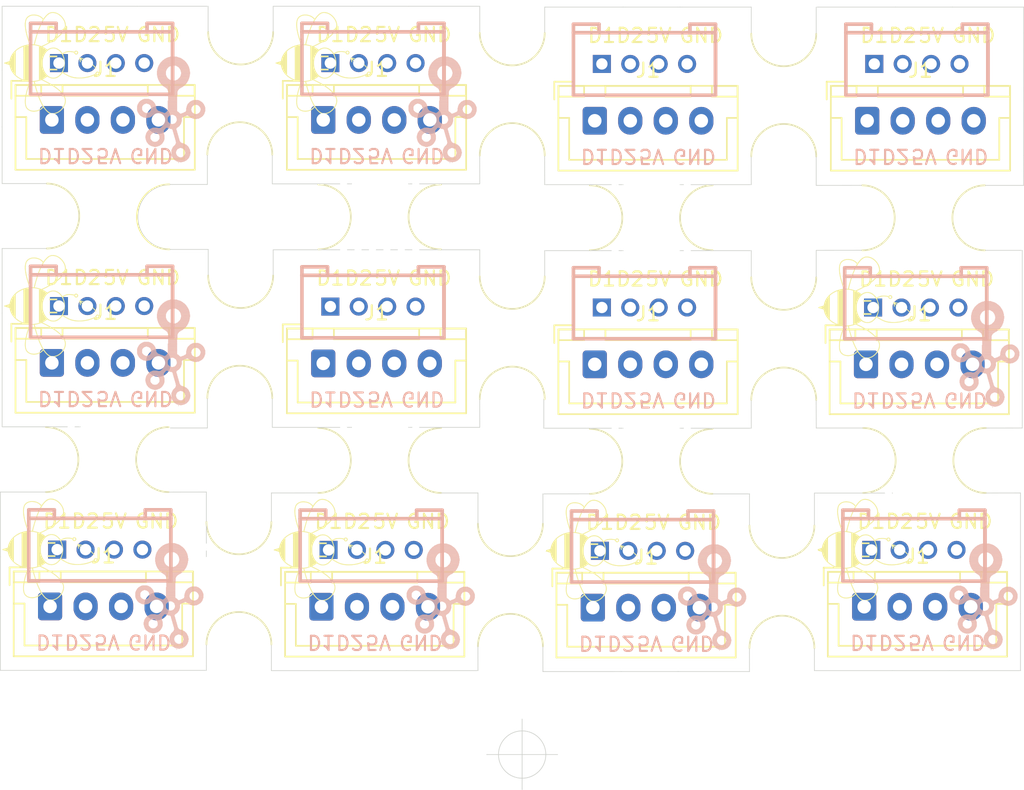
<source format=kicad_pcb>
(kicad_pcb (version 20171130) (host pcbnew 5.1.10-88a1d61d58~90~ubuntu20.04.1)
  (layers (0 F.Cu signal) (31 B.Cu signal) (34 B.Paste user) (35 F.Paste user) (36 B.SilkS user) (37 F.SilkS user) (38 B.Mask user) (39 F.Mask user) (44 Edge.Cuts user))
  (net 0 "")
  (net 1 GND)
  (net 2 +5V)
  (net 3 "Net-(J1-Pad2)")
  (net 4 "Net-(J1-Pad1)")
  (module panelization:mouse-bite-5mm-slot (layer F.Cu) (at 159.639 100.711 180)
    (fp_text reference mouse-bite-5mm-slot hide)
    (fp_text value VAL** hide)
    (pad "" np_thru_hole circle (at -2.54 -2.286 180) (size 0.5 0.5) (drill 0.5) (layers *.Cu *.Mask))
    (pad "" np_thru_hole circle (at -2.54 2.286 180) (size 0.5 0.5) (drill 0.5) (layers *.Cu *.Mask))
    (pad "" np_thru_hole circle (at 1.524 2.286 180) (size 0.5 0.5) (drill 0.5) (layers *.Cu *.Mask))
    (pad "" np_thru_hole circle (at -0.508 2.286 180) (size 0.5 0.5) (drill 0.5) (layers *.Cu *.Mask))
    (pad "" np_thru_hole circle (at 0.508 -2.286 180) (size 0.5 0.5) (drill 0.5) (layers *.Cu *.Mask))
    (pad "" np_thru_hole circle (at 2.54 -2.286 180) (size 0.5 0.5) (drill 0.5) (layers *.Cu *.Mask))
    (pad "" np_thru_hole circle (at -0.508 -2.286 180) (size 0.5 0.5) (drill 0.5) (layers *.Cu *.Mask))
    (pad "" np_thru_hole circle (at 0.508 2.286 180) (size 0.5 0.5) (drill 0.5) (layers *.Cu *.Mask))
    (pad "" np_thru_hole circle (at 1.524 -2.286 180) (size 0.5 0.5) (drill 0.5) (layers *.Cu *.Mask))
    (pad "" np_thru_hole circle (at -1.524 -2.286 180) (size 0.5 0.5) (drill 0.5) (layers *.Cu *.Mask))
    (pad "" np_thru_hole circle (at -1.524 2.286 180) (size 0.5 0.5) (drill 0.5) (layers *.Cu *.Mask))
    (pad "" np_thru_hole circle (at 2.54 2.286 180) (size 0.5 0.5) (drill 0.5) (layers *.Cu *.Mask))
  )
  (module panelization:mouse-bite-5mm-slot (layer F.Cu) (at 149.7965 109.2165 90)
    (fp_text reference mouse-bite-5mm-slot hide)
    (fp_text value VAL** hide)
    (pad "" np_thru_hole circle (at 2.54 2.286 90) (size 0.5 0.5) (drill 0.5) (layers *.Cu *.Mask))
    (pad "" np_thru_hole circle (at -1.524 2.286 90) (size 0.5 0.5) (drill 0.5) (layers *.Cu *.Mask))
    (pad "" np_thru_hole circle (at -1.524 -2.286 90) (size 0.5 0.5) (drill 0.5) (layers *.Cu *.Mask))
    (pad "" np_thru_hole circle (at 1.524 -2.286 90) (size 0.5 0.5) (drill 0.5) (layers *.Cu *.Mask))
    (pad "" np_thru_hole circle (at 0.508 2.286 90) (size 0.5 0.5) (drill 0.5) (layers *.Cu *.Mask))
    (pad "" np_thru_hole circle (at -0.508 -2.286 90) (size 0.5 0.5) (drill 0.5) (layers *.Cu *.Mask))
    (pad "" np_thru_hole circle (at 2.54 -2.286 90) (size 0.5 0.5) (drill 0.5) (layers *.Cu *.Mask))
    (pad "" np_thru_hole circle (at 0.508 -2.286 90) (size 0.5 0.5) (drill 0.5) (layers *.Cu *.Mask))
    (pad "" np_thru_hole circle (at -0.508 2.286 90) (size 0.5 0.5) (drill 0.5) (layers *.Cu *.Mask))
    (pad "" np_thru_hole circle (at 1.524 2.286 90) (size 0.5 0.5) (drill 0.5) (layers *.Cu *.Mask))
    (pad "" np_thru_hole circle (at -2.54 2.286 90) (size 0.5 0.5) (drill 0.5) (layers *.Cu *.Mask))
    (pad "" np_thru_hole circle (at -2.54 -2.286 90) (size 0.5 0.5) (drill 0.5) (layers *.Cu *.Mask))
  )
  (module panelization:mouse-bite-5mm-slot (layer F.Cu) (at 140.4655 117.8525 180)
    (fp_text reference mouse-bite-5mm-slot hide)
    (fp_text value VAL** hide)
    (pad "" np_thru_hole circle (at -2.54 -2.286 180) (size 0.5 0.5) (drill 0.5) (layers *.Cu *.Mask))
    (pad "" np_thru_hole circle (at -2.54 2.286 180) (size 0.5 0.5) (drill 0.5) (layers *.Cu *.Mask))
    (pad "" np_thru_hole circle (at 1.524 2.286 180) (size 0.5 0.5) (drill 0.5) (layers *.Cu *.Mask))
    (pad "" np_thru_hole circle (at -0.508 2.286 180) (size 0.5 0.5) (drill 0.5) (layers *.Cu *.Mask))
    (pad "" np_thru_hole circle (at 0.508 -2.286 180) (size 0.5 0.5) (drill 0.5) (layers *.Cu *.Mask))
    (pad "" np_thru_hole circle (at 2.54 -2.286 180) (size 0.5 0.5) (drill 0.5) (layers *.Cu *.Mask))
    (pad "" np_thru_hole circle (at -0.508 -2.286 180) (size 0.5 0.5) (drill 0.5) (layers *.Cu *.Mask))
    (pad "" np_thru_hole circle (at 0.508 2.286 180) (size 0.5 0.5) (drill 0.5) (layers *.Cu *.Mask))
    (pad "" np_thru_hole circle (at 1.524 -2.286 180) (size 0.5 0.5) (drill 0.5) (layers *.Cu *.Mask))
    (pad "" np_thru_hole circle (at -1.524 -2.286 180) (size 0.5 0.5) (drill 0.5) (layers *.Cu *.Mask))
    (pad "" np_thru_hole circle (at -1.524 2.286 180) (size 0.5 0.5) (drill 0.5) (layers *.Cu *.Mask))
    (pad "" np_thru_hole circle (at 2.54 2.286 180) (size 0.5 0.5) (drill 0.5) (layers *.Cu *.Mask))
  )
  (module "Grove-Gas Sensor v1.4:4P-LEADED-2.0" (layer B.Cu) (at 139.993 107.022)
    (fp_text reference J2)
    (fp_text value Conn_01x04)
    (pad 1 thru_hole rect (at -3 0) (size 1.27 1.27) (drill 0.8) (layers *.Cu *.Mask))
    (pad 2 thru_hole circle (at -1 0) (size 1.27 1.27) (drill 0.8) (layers *.Cu *.Mask))
    (pad 3 thru_hole circle (at 1 0) (size 1.27 1.27) (drill 0.8) (layers *.Cu *.Mask))
    (pad 4 thru_hole circle (at 3 0) (size 1.27 1.27) (drill 0.8) (layers *.Cu *.Mask))
  )
  (module Connector_JST:JST_XH_B4B-XH-A_1x04_P2.50mm_Vertical (layer F.Cu) (at 136.493 111.022)
    (fp_text reference J1 (at 3.75 -3.55) (layer F.SilkS))
    (fp_text value Conn_01x04)
    (pad 1 thru_hole roundrect (at 0 0) (size 1.7 1.95) (drill 0.95) (layers *.Cu *.Mask) (roundrect_rratio 0.1470588235294118))
    (pad 2 thru_hole oval (at 2.5 0) (size 1.7 1.95) (drill 0.95) (layers *.Cu *.Mask))
    (pad 3 thru_hole oval (at 5 0) (size 1.7 1.95) (drill 0.95) (layers *.Cu *.Mask))
    (pad 4 thru_hole oval (at 7.5 0) (size 1.7 1.95) (drill 0.95) (layers *.Cu *.Mask))
  )
  (module "Grove-Gas Sensor v1.4:4P-LEADED-2.0" (layer B.Cu) (at 159.17 89.877)
    (fp_text reference J2)
    (fp_text value Conn_01x04)
    (pad 1 thru_hole rect (at -3 0) (size 1.27 1.27) (drill 0.8) (layers *.Cu *.Mask))
    (pad 2 thru_hole circle (at -1 0) (size 1.27 1.27) (drill 0.8) (layers *.Cu *.Mask))
    (pad 3 thru_hole circle (at 1 0) (size 1.27 1.27) (drill 0.8) (layers *.Cu *.Mask))
    (pad 4 thru_hole circle (at 3 0) (size 1.27 1.27) (drill 0.8) (layers *.Cu *.Mask))
  )
  (module Connector_JST:JST_XH_B4B-XH-A_1x04_P2.50mm_Vertical (layer F.Cu) (at 155.67 93.877)
    (fp_text reference J1 (at 3.75 -3.55) (layer F.SilkS))
    (fp_text value Conn_01x04)
    (pad 1 thru_hole roundrect (at 0 0) (size 1.7 1.95) (drill 0.95) (layers *.Cu *.Mask) (roundrect_rratio 0.1470588235294118))
    (pad 2 thru_hole oval (at 2.5 0) (size 1.7 1.95) (drill 0.95) (layers *.Cu *.Mask))
    (pad 3 thru_hole oval (at 5 0) (size 1.7 1.95) (drill 0.95) (layers *.Cu *.Mask))
    (pad 4 thru_hole oval (at 7.5 0) (size 1.7 1.95) (drill 0.95) (layers *.Cu *.Mask))
  )
  (module panelization:mouse-bite-5mm-slot (layer F.Cu) (at 149.7965 92.0715 90)
    (fp_text reference mouse-bite-5mm-slot hide)
    (fp_text value VAL** hide)
    (pad "" np_thru_hole circle (at 2.54 2.286 90) (size 0.5 0.5) (drill 0.5) (layers *.Cu *.Mask))
    (pad "" np_thru_hole circle (at -1.524 2.286 90) (size 0.5 0.5) (drill 0.5) (layers *.Cu *.Mask))
    (pad "" np_thru_hole circle (at -1.524 -2.286 90) (size 0.5 0.5) (drill 0.5) (layers *.Cu *.Mask))
    (pad "" np_thru_hole circle (at 1.524 -2.286 90) (size 0.5 0.5) (drill 0.5) (layers *.Cu *.Mask))
    (pad "" np_thru_hole circle (at 0.508 2.286 90) (size 0.5 0.5) (drill 0.5) (layers *.Cu *.Mask))
    (pad "" np_thru_hole circle (at -0.508 -2.286 90) (size 0.5 0.5) (drill 0.5) (layers *.Cu *.Mask))
    (pad "" np_thru_hole circle (at 2.54 -2.286 90) (size 0.5 0.5) (drill 0.5) (layers *.Cu *.Mask))
    (pad "" np_thru_hole circle (at 0.508 -2.286 90) (size 0.5 0.5) (drill 0.5) (layers *.Cu *.Mask))
    (pad "" np_thru_hole circle (at -0.508 2.286 90) (size 0.5 0.5) (drill 0.5) (layers *.Cu *.Mask))
    (pad "" np_thru_hole circle (at 1.524 2.286 90) (size 0.5 0.5) (drill 0.5) (layers *.Cu *.Mask))
    (pad "" np_thru_hole circle (at -2.54 2.286 90) (size 0.5 0.5) (drill 0.5) (layers *.Cu *.Mask))
    (pad "" np_thru_hole circle (at -2.54 -2.286 90) (size 0.5 0.5) (drill 0.5) (layers *.Cu *.Mask))
  )
  (module panelization:mouse-bite-5mm-slot (layer F.Cu) (at 140.4655 100.7075 180)
    (fp_text reference mouse-bite-5mm-slot hide)
    (fp_text value VAL** hide)
    (pad "" np_thru_hole circle (at -2.54 -2.286 180) (size 0.5 0.5) (drill 0.5) (layers *.Cu *.Mask))
    (pad "" np_thru_hole circle (at -2.54 2.286 180) (size 0.5 0.5) (drill 0.5) (layers *.Cu *.Mask))
    (pad "" np_thru_hole circle (at 1.524 2.286 180) (size 0.5 0.5) (drill 0.5) (layers *.Cu *.Mask))
    (pad "" np_thru_hole circle (at -0.508 2.286 180) (size 0.5 0.5) (drill 0.5) (layers *.Cu *.Mask))
    (pad "" np_thru_hole circle (at 0.508 -2.286 180) (size 0.5 0.5) (drill 0.5) (layers *.Cu *.Mask))
    (pad "" np_thru_hole circle (at 2.54 -2.286 180) (size 0.5 0.5) (drill 0.5) (layers *.Cu *.Mask))
    (pad "" np_thru_hole circle (at -0.508 -2.286 180) (size 0.5 0.5) (drill 0.5) (layers *.Cu *.Mask))
    (pad "" np_thru_hole circle (at 0.508 2.286 180) (size 0.5 0.5) (drill 0.5) (layers *.Cu *.Mask))
    (pad "" np_thru_hole circle (at 1.524 -2.286 180) (size 0.5 0.5) (drill 0.5) (layers *.Cu *.Mask))
    (pad "" np_thru_hole circle (at -1.524 -2.286 180) (size 0.5 0.5) (drill 0.5) (layers *.Cu *.Mask))
    (pad "" np_thru_hole circle (at -1.524 2.286 180) (size 0.5 0.5) (drill 0.5) (layers *.Cu *.Mask))
    (pad "" np_thru_hole circle (at 2.54 2.286 180) (size 0.5 0.5) (drill 0.5) (layers *.Cu *.Mask))
  )
  (module "Grove-Gas Sensor v1.4:4P-LEADED-2.0" (layer B.Cu) (at 139.993 89.877)
    (fp_text reference J2)
    (fp_text value Conn_01x04)
    (pad 1 thru_hole rect (at -3 0) (size 1.27 1.27) (drill 0.8) (layers *.Cu *.Mask))
    (pad 2 thru_hole circle (at -1 0) (size 1.27 1.27) (drill 0.8) (layers *.Cu *.Mask))
    (pad 3 thru_hole circle (at 1 0) (size 1.27 1.27) (drill 0.8) (layers *.Cu *.Mask))
    (pad 4 thru_hole circle (at 3 0) (size 1.27 1.27) (drill 0.8) (layers *.Cu *.Mask))
  )
  (module Connector_JST:JST_XH_B4B-XH-A_1x04_P2.50mm_Vertical (layer F.Cu) (at 136.493 93.877)
    (fp_text reference J1 (at 3.75 -3.55) (layer F.SilkS))
    (fp_text value Conn_01x04)
    (pad 1 thru_hole roundrect (at 0 0) (size 1.7 1.95) (drill 0.95) (layers *.Cu *.Mask) (roundrect_rratio 0.1470588235294118))
    (pad 2 thru_hole oval (at 2.5 0) (size 1.7 1.95) (drill 0.95) (layers *.Cu *.Mask))
    (pad 3 thru_hole oval (at 5 0) (size 1.7 1.95) (drill 0.95) (layers *.Cu *.Mask))
    (pad 4 thru_hole oval (at 7.5 0) (size 1.7 1.95) (drill 0.95) (layers *.Cu *.Mask))
  )
  (module panelization:mouse-bite-5mm-slot (layer F.Cu) (at 130.683 109.153 90)
    (fp_text reference mouse-bite-5mm-slot hide)
    (fp_text value VAL** hide)
    (pad "" np_thru_hole circle (at 2.54 2.286 90) (size 0.5 0.5) (drill 0.5) (layers *.Cu *.Mask))
    (pad "" np_thru_hole circle (at -1.524 2.286 90) (size 0.5 0.5) (drill 0.5) (layers *.Cu *.Mask))
    (pad "" np_thru_hole circle (at -1.524 -2.286 90) (size 0.5 0.5) (drill 0.5) (layers *.Cu *.Mask))
    (pad "" np_thru_hole circle (at 1.524 -2.286 90) (size 0.5 0.5) (drill 0.5) (layers *.Cu *.Mask))
    (pad "" np_thru_hole circle (at 0.508 2.286 90) (size 0.5 0.5) (drill 0.5) (layers *.Cu *.Mask))
    (pad "" np_thru_hole circle (at -0.508 -2.286 90) (size 0.5 0.5) (drill 0.5) (layers *.Cu *.Mask))
    (pad "" np_thru_hole circle (at 2.54 -2.286 90) (size 0.5 0.5) (drill 0.5) (layers *.Cu *.Mask))
    (pad "" np_thru_hole circle (at 0.508 -2.286 90) (size 0.5 0.5) (drill 0.5) (layers *.Cu *.Mask))
    (pad "" np_thru_hole circle (at -0.508 2.286 90) (size 0.5 0.5) (drill 0.5) (layers *.Cu *.Mask))
    (pad "" np_thru_hole circle (at 1.524 2.286 90) (size 0.5 0.5) (drill 0.5) (layers *.Cu *.Mask))
    (pad "" np_thru_hole circle (at -2.54 2.286 90) (size 0.5 0.5) (drill 0.5) (layers *.Cu *.Mask))
    (pad "" np_thru_hole circle (at -2.54 -2.286 90) (size 0.5 0.5) (drill 0.5) (layers *.Cu *.Mask))
  )
  (module panelization:mouse-bite-5mm-slot (layer F.Cu) (at 121.352 117.789 180)
    (fp_text reference mouse-bite-5mm-slot hide)
    (fp_text value VAL** hide)
    (pad "" np_thru_hole circle (at -2.54 -2.286 180) (size 0.5 0.5) (drill 0.5) (layers *.Cu *.Mask))
    (pad "" np_thru_hole circle (at -2.54 2.286 180) (size 0.5 0.5) (drill 0.5) (layers *.Cu *.Mask))
    (pad "" np_thru_hole circle (at 1.524 2.286 180) (size 0.5 0.5) (drill 0.5) (layers *.Cu *.Mask))
    (pad "" np_thru_hole circle (at -0.508 2.286 180) (size 0.5 0.5) (drill 0.5) (layers *.Cu *.Mask))
    (pad "" np_thru_hole circle (at 0.508 -2.286 180) (size 0.5 0.5) (drill 0.5) (layers *.Cu *.Mask))
    (pad "" np_thru_hole circle (at 2.54 -2.286 180) (size 0.5 0.5) (drill 0.5) (layers *.Cu *.Mask))
    (pad "" np_thru_hole circle (at -0.508 -2.286 180) (size 0.5 0.5) (drill 0.5) (layers *.Cu *.Mask))
    (pad "" np_thru_hole circle (at 0.508 2.286 180) (size 0.5 0.5) (drill 0.5) (layers *.Cu *.Mask))
    (pad "" np_thru_hole circle (at 1.524 -2.286 180) (size 0.5 0.5) (drill 0.5) (layers *.Cu *.Mask))
    (pad "" np_thru_hole circle (at -1.524 -2.286 180) (size 0.5 0.5) (drill 0.5) (layers *.Cu *.Mask))
    (pad "" np_thru_hole circle (at -1.524 2.286 180) (size 0.5 0.5) (drill 0.5) (layers *.Cu *.Mask))
    (pad "" np_thru_hole circle (at 2.54 2.286 180) (size 0.5 0.5) (drill 0.5) (layers *.Cu *.Mask))
  )
  (module panelization:mouse-bite-5mm-slot (layer F.Cu) (at 111.566 109.0895 90)
    (fp_text reference mouse-bite-5mm-slot hide)
    (fp_text value VAL** hide)
    (pad "" np_thru_hole circle (at -2.54 -2.286 90) (size 0.5 0.5) (drill 0.5) (layers *.Cu *.Mask))
    (pad "" np_thru_hole circle (at -2.54 2.286 90) (size 0.5 0.5) (drill 0.5) (layers *.Cu *.Mask))
    (pad "" np_thru_hole circle (at 1.524 2.286 90) (size 0.5 0.5) (drill 0.5) (layers *.Cu *.Mask))
    (pad "" np_thru_hole circle (at -0.508 2.286 90) (size 0.5 0.5) (drill 0.5) (layers *.Cu *.Mask))
    (pad "" np_thru_hole circle (at 0.508 -2.286 90) (size 0.5 0.5) (drill 0.5) (layers *.Cu *.Mask))
    (pad "" np_thru_hole circle (at 2.54 -2.286 90) (size 0.5 0.5) (drill 0.5) (layers *.Cu *.Mask))
    (pad "" np_thru_hole circle (at -0.508 -2.286 90) (size 0.5 0.5) (drill 0.5) (layers *.Cu *.Mask))
    (pad "" np_thru_hole circle (at 0.508 2.286 90) (size 0.5 0.5) (drill 0.5) (layers *.Cu *.Mask))
    (pad "" np_thru_hole circle (at 1.524 -2.286 90) (size 0.5 0.5) (drill 0.5) (layers *.Cu *.Mask))
    (pad "" np_thru_hole circle (at -1.524 -2.286 90) (size 0.5 0.5) (drill 0.5) (layers *.Cu *.Mask))
    (pad "" np_thru_hole circle (at -1.524 2.286 90) (size 0.5 0.5) (drill 0.5) (layers *.Cu *.Mask))
    (pad "" np_thru_hole circle (at 2.54 2.286 90) (size 0.5 0.5) (drill 0.5) (layers *.Cu *.Mask))
  )
  (module "Grove-Gas Sensor v1.4:4P-LEADED-2.0" (layer B.Cu) (at 120.8795 106.9585)
    (fp_text reference J2)
    (fp_text value Conn_01x04)
    (pad 1 thru_hole rect (at -3 0) (size 1.27 1.27) (drill 0.8) (layers *.Cu *.Mask))
    (pad 2 thru_hole circle (at -1 0) (size 1.27 1.27) (drill 0.8) (layers *.Cu *.Mask))
    (pad 3 thru_hole circle (at 1 0) (size 1.27 1.27) (drill 0.8) (layers *.Cu *.Mask))
    (pad 4 thru_hole circle (at 3 0) (size 1.27 1.27) (drill 0.8) (layers *.Cu *.Mask))
  )
  (module Connector_JST:JST_XH_B4B-XH-A_1x04_P2.50mm_Vertical (layer F.Cu) (at 117.3795 110.9585)
    (fp_text reference J1 (at 3.75 -3.55) (layer F.SilkS))
    (fp_text value Conn_01x04)
    (pad 1 thru_hole roundrect (at 0 0) (size 1.7 1.95) (drill 0.95) (layers *.Cu *.Mask) (roundrect_rratio 0.1470588235294118))
    (pad 2 thru_hole oval (at 2.5 0) (size 1.7 1.95) (drill 0.95) (layers *.Cu *.Mask))
    (pad 3 thru_hole oval (at 5 0) (size 1.7 1.95) (drill 0.95) (layers *.Cu *.Mask))
    (pad 4 thru_hole oval (at 7.5 0) (size 1.7 1.95) (drill 0.95) (layers *.Cu *.Mask))
  )
  (module Connector_JST:JST_XH_B4B-XH-A_1x04_P2.50mm_Vertical (layer F.Cu) (at 98.149 128.0655)
    (fp_text reference J1 (at 3.75 -3.55) (layer F.SilkS))
    (fp_text value Conn_01x04)
    (pad 1 thru_hole roundrect (at 0 0) (size 1.7 1.95) (drill 0.95) (layers *.Cu *.Mask) (roundrect_rratio 0.1470588235294118))
    (pad 2 thru_hole oval (at 2.5 0) (size 1.7 1.95) (drill 0.95) (layers *.Cu *.Mask))
    (pad 3 thru_hole oval (at 5 0) (size 1.7 1.95) (drill 0.95) (layers *.Cu *.Mask))
    (pad 4 thru_hole oval (at 7.5 0) (size 1.7 1.95) (drill 0.95) (layers *.Cu *.Mask))
  )
  (module logo-beehive:logo-beehive-7_2х6_7mm (layer F.Cu) (at 98.149 124.0655 270)
    (fp_text reference G*** hide)
    (fp_text value LOGO hide)
  )
  (module "Grove-Gas Sensor v1.4:TWIGLOGO" (layer B.Cu) (at 106.649 124.5655)
    (fp_text reference U$3 hide)
    (fp_text value "" hide)
  )
  (module "Grove-Gas Sensor v1.4:4P-LEADED-2.0" (layer B.Cu) (at 101.649 124.0655)
    (fp_text reference J2)
    (fp_text value Conn_01x04)
    (pad 1 thru_hole rect (at -3 0) (size 1.27 1.27) (drill 0.8) (layers *.Cu *.Mask))
    (pad 2 thru_hole circle (at -1 0) (size 1.27 1.27) (drill 0.8) (layers *.Cu *.Mask))
    (pad 3 thru_hole circle (at 1 0) (size 1.27 1.27) (drill 0.8) (layers *.Cu *.Mask))
    (pad 4 thru_hole circle (at 3 0) (size 1.27 1.27) (drill 0.8) (layers *.Cu *.Mask))
  )
  (module panelization:mouse-bite-5mm-slot (layer F.Cu) (at 159.706 117.7925 180)
    (fp_text reference mouse-bite-5mm-slot hide)
    (fp_text value VAL** hide)
    (pad "" np_thru_hole circle (at 2.54 2.286 180) (size 0.5 0.5) (drill 0.5) (layers *.Cu *.Mask))
    (pad "" np_thru_hole circle (at -1.524 2.286 180) (size 0.5 0.5) (drill 0.5) (layers *.Cu *.Mask))
    (pad "" np_thru_hole circle (at -1.524 -2.286 180) (size 0.5 0.5) (drill 0.5) (layers *.Cu *.Mask))
    (pad "" np_thru_hole circle (at 1.524 -2.286 180) (size 0.5 0.5) (drill 0.5) (layers *.Cu *.Mask))
    (pad "" np_thru_hole circle (at 0.508 2.286 180) (size 0.5 0.5) (drill 0.5) (layers *.Cu *.Mask))
    (pad "" np_thru_hole circle (at -0.508 -2.286 180) (size 0.5 0.5) (drill 0.5) (layers *.Cu *.Mask))
    (pad "" np_thru_hole circle (at 2.54 -2.286 180) (size 0.5 0.5) (drill 0.5) (layers *.Cu *.Mask))
    (pad "" np_thru_hole circle (at 0.508 -2.286 180) (size 0.5 0.5) (drill 0.5) (layers *.Cu *.Mask))
    (pad "" np_thru_hole circle (at -0.508 2.286 180) (size 0.5 0.5) (drill 0.5) (layers *.Cu *.Mask))
    (pad "" np_thru_hole circle (at 1.524 2.286 180) (size 0.5 0.5) (drill 0.5) (layers *.Cu *.Mask))
    (pad "" np_thru_hole circle (at -2.54 2.286 180) (size 0.5 0.5) (drill 0.5) (layers *.Cu *.Mask))
    (pad "" np_thru_hole circle (at -2.54 -2.286 180) (size 0.5 0.5) (drill 0.5) (layers *.Cu *.Mask))
  )
  (module panelization:mouse-bite-5mm-slot (layer F.Cu) (at 149.6695 126.686 90)
    (fp_text reference mouse-bite-5mm-slot hide)
    (fp_text value VAL** hide)
    (pad "" np_thru_hole circle (at 2.54 2.286 90) (size 0.5 0.5) (drill 0.5) (layers *.Cu *.Mask))
    (pad "" np_thru_hole circle (at -1.524 2.286 90) (size 0.5 0.5) (drill 0.5) (layers *.Cu *.Mask))
    (pad "" np_thru_hole circle (at -1.524 -2.286 90) (size 0.5 0.5) (drill 0.5) (layers *.Cu *.Mask))
    (pad "" np_thru_hole circle (at 1.524 -2.286 90) (size 0.5 0.5) (drill 0.5) (layers *.Cu *.Mask))
    (pad "" np_thru_hole circle (at 0.508 2.286 90) (size 0.5 0.5) (drill 0.5) (layers *.Cu *.Mask))
    (pad "" np_thru_hole circle (at -0.508 -2.286 90) (size 0.5 0.5) (drill 0.5) (layers *.Cu *.Mask))
    (pad "" np_thru_hole circle (at 2.54 -2.286 90) (size 0.5 0.5) (drill 0.5) (layers *.Cu *.Mask))
    (pad "" np_thru_hole circle (at 0.508 -2.286 90) (size 0.5 0.5) (drill 0.5) (layers *.Cu *.Mask))
    (pad "" np_thru_hole circle (at -0.508 2.286 90) (size 0.5 0.5) (drill 0.5) (layers *.Cu *.Mask))
    (pad "" np_thru_hole circle (at 1.524 2.286 90) (size 0.5 0.5) (drill 0.5) (layers *.Cu *.Mask))
    (pad "" np_thru_hole circle (at -2.54 2.286 90) (size 0.5 0.5) (drill 0.5) (layers *.Cu *.Mask))
    (pad "" np_thru_hole circle (at -2.54 -2.286 90) (size 0.5 0.5) (drill 0.5) (layers *.Cu *.Mask))
  )
  (module panelization:mouse-bite-5mm-slot (layer F.Cu) (at 102.175 117.729 180)
    (fp_text reference mouse-bite-5mm-slot hide)
    (fp_text value VAL** hide)
    (pad "" np_thru_hole circle (at 2.54 2.286 180) (size 0.5 0.5) (drill 0.5) (layers *.Cu *.Mask))
    (pad "" np_thru_hole circle (at -1.524 2.286 180) (size 0.5 0.5) (drill 0.5) (layers *.Cu *.Mask))
    (pad "" np_thru_hole circle (at -1.524 -2.286 180) (size 0.5 0.5) (drill 0.5) (layers *.Cu *.Mask))
    (pad "" np_thru_hole circle (at 1.524 -2.286 180) (size 0.5 0.5) (drill 0.5) (layers *.Cu *.Mask))
    (pad "" np_thru_hole circle (at 0.508 2.286 180) (size 0.5 0.5) (drill 0.5) (layers *.Cu *.Mask))
    (pad "" np_thru_hole circle (at -0.508 -2.286 180) (size 0.5 0.5) (drill 0.5) (layers *.Cu *.Mask))
    (pad "" np_thru_hole circle (at 2.54 -2.286 180) (size 0.5 0.5) (drill 0.5) (layers *.Cu *.Mask))
    (pad "" np_thru_hole circle (at 0.508 -2.286 180) (size 0.5 0.5) (drill 0.5) (layers *.Cu *.Mask))
    (pad "" np_thru_hole circle (at -0.508 2.286 180) (size 0.5 0.5) (drill 0.5) (layers *.Cu *.Mask))
    (pad "" np_thru_hole circle (at 1.524 2.286 180) (size 0.5 0.5) (drill 0.5) (layers *.Cu *.Mask))
    (pad "" np_thru_hole circle (at -2.54 2.286 180) (size 0.5 0.5) (drill 0.5) (layers *.Cu *.Mask))
    (pad "" np_thru_hole circle (at -2.54 -2.286 180) (size 0.5 0.5) (drill 0.5) (layers *.Cu *.Mask))
  )
  (module panelization:mouse-bite-5mm-slot (layer F.Cu) (at 111.4425 126.4285 90)
    (fp_text reference mouse-bite-5mm-slot hide)
    (fp_text value VAL** hide)
    (pad "" np_thru_hole circle (at 2.54 2.286 90) (size 0.5 0.5) (drill 0.5) (layers *.Cu *.Mask))
    (pad "" np_thru_hole circle (at -1.524 2.286 90) (size 0.5 0.5) (drill 0.5) (layers *.Cu *.Mask))
    (pad "" np_thru_hole circle (at -1.524 -2.286 90) (size 0.5 0.5) (drill 0.5) (layers *.Cu *.Mask))
    (pad "" np_thru_hole circle (at 1.524 -2.286 90) (size 0.5 0.5) (drill 0.5) (layers *.Cu *.Mask))
    (pad "" np_thru_hole circle (at 0.508 2.286 90) (size 0.5 0.5) (drill 0.5) (layers *.Cu *.Mask))
    (pad "" np_thru_hole circle (at -0.508 -2.286 90) (size 0.5 0.5) (drill 0.5) (layers *.Cu *.Mask))
    (pad "" np_thru_hole circle (at 2.54 -2.286 90) (size 0.5 0.5) (drill 0.5) (layers *.Cu *.Mask))
    (pad "" np_thru_hole circle (at 0.508 -2.286 90) (size 0.5 0.5) (drill 0.5) (layers *.Cu *.Mask))
    (pad "" np_thru_hole circle (at -0.508 2.286 90) (size 0.5 0.5) (drill 0.5) (layers *.Cu *.Mask))
    (pad "" np_thru_hole circle (at 1.524 2.286 90) (size 0.5 0.5) (drill 0.5) (layers *.Cu *.Mask))
    (pad "" np_thru_hole circle (at -2.54 2.286 90) (size 0.5 0.5) (drill 0.5) (layers *.Cu *.Mask))
    (pad "" np_thru_hole circle (at -2.54 -2.286 90) (size 0.5 0.5) (drill 0.5) (layers *.Cu *.Mask))
  )
  (module panelization:mouse-bite-5mm-slot (layer F.Cu) (at 130.556 126.559 90)
    (fp_text reference mouse-bite-5mm-slot hide)
    (fp_text value VAL** hide)
    (pad "" np_thru_hole circle (at -2.54 -2.286 90) (size 0.5 0.5) (drill 0.5) (layers *.Cu *.Mask))
    (pad "" np_thru_hole circle (at -2.54 2.286 90) (size 0.5 0.5) (drill 0.5) (layers *.Cu *.Mask))
    (pad "" np_thru_hole circle (at 1.524 2.286 90) (size 0.5 0.5) (drill 0.5) (layers *.Cu *.Mask))
    (pad "" np_thru_hole circle (at -0.508 2.286 90) (size 0.5 0.5) (drill 0.5) (layers *.Cu *.Mask))
    (pad "" np_thru_hole circle (at 0.508 -2.286 90) (size 0.5 0.5) (drill 0.5) (layers *.Cu *.Mask))
    (pad "" np_thru_hole circle (at 2.54 -2.286 90) (size 0.5 0.5) (drill 0.5) (layers *.Cu *.Mask))
    (pad "" np_thru_hole circle (at -0.508 -2.286 90) (size 0.5 0.5) (drill 0.5) (layers *.Cu *.Mask))
    (pad "" np_thru_hole circle (at 0.508 2.286 90) (size 0.5 0.5) (drill 0.5) (layers *.Cu *.Mask))
    (pad "" np_thru_hole circle (at 1.524 -2.286 90) (size 0.5 0.5) (drill 0.5) (layers *.Cu *.Mask))
    (pad "" np_thru_hole circle (at -1.524 -2.286 90) (size 0.5 0.5) (drill 0.5) (layers *.Cu *.Mask))
    (pad "" np_thru_hole circle (at -1.524 2.286 90) (size 0.5 0.5) (drill 0.5) (layers *.Cu *.Mask))
    (pad "" np_thru_hole circle (at 2.54 2.286 90) (size 0.5 0.5) (drill 0.5) (layers *.Cu *.Mask))
  )
  (module panelization:mouse-bite-5mm-slot (layer F.Cu) (at 121.352 100.6475 180)
    (fp_text reference mouse-bite-5mm-slot hide)
    (fp_text value VAL** hide)
    (pad "" np_thru_hole circle (at 2.54 2.286 180) (size 0.5 0.5) (drill 0.5) (layers *.Cu *.Mask))
    (pad "" np_thru_hole circle (at -1.524 2.286 180) (size 0.5 0.5) (drill 0.5) (layers *.Cu *.Mask))
    (pad "" np_thru_hole circle (at -1.524 -2.286 180) (size 0.5 0.5) (drill 0.5) (layers *.Cu *.Mask))
    (pad "" np_thru_hole circle (at 1.524 -2.286 180) (size 0.5 0.5) (drill 0.5) (layers *.Cu *.Mask))
    (pad "" np_thru_hole circle (at 0.508 2.286 180) (size 0.5 0.5) (drill 0.5) (layers *.Cu *.Mask))
    (pad "" np_thru_hole circle (at -0.508 -2.286 180) (size 0.5 0.5) (drill 0.5) (layers *.Cu *.Mask))
    (pad "" np_thru_hole circle (at 2.54 -2.286 180) (size 0.5 0.5) (drill 0.5) (layers *.Cu *.Mask))
    (pad "" np_thru_hole circle (at 0.508 -2.286 180) (size 0.5 0.5) (drill 0.5) (layers *.Cu *.Mask))
    (pad "" np_thru_hole circle (at -0.508 2.286 180) (size 0.5 0.5) (drill 0.5) (layers *.Cu *.Mask))
    (pad "" np_thru_hole circle (at 1.524 2.286 180) (size 0.5 0.5) (drill 0.5) (layers *.Cu *.Mask))
    (pad "" np_thru_hole circle (at -2.54 2.286 180) (size 0.5 0.5) (drill 0.5) (layers *.Cu *.Mask))
    (pad "" np_thru_hole circle (at -2.54 -2.286 180) (size 0.5 0.5) (drill 0.5) (layers *.Cu *.Mask))
  )
  (module panelization:mouse-bite-5mm-slot (layer F.Cu) (at 102.235 100.584 180)
    (fp_text reference mouse-bite-5mm-slot hide)
    (fp_text value VAL** hide)
    (pad "" np_thru_hole circle (at 2.54 2.286 180) (size 0.5 0.5) (drill 0.5) (layers *.Cu *.Mask))
    (pad "" np_thru_hole circle (at -1.524 2.286 180) (size 0.5 0.5) (drill 0.5) (layers *.Cu *.Mask))
    (pad "" np_thru_hole circle (at -1.524 -2.286 180) (size 0.5 0.5) (drill 0.5) (layers *.Cu *.Mask))
    (pad "" np_thru_hole circle (at 1.524 -2.286 180) (size 0.5 0.5) (drill 0.5) (layers *.Cu *.Mask))
    (pad "" np_thru_hole circle (at 0.508 2.286 180) (size 0.5 0.5) (drill 0.5) (layers *.Cu *.Mask))
    (pad "" np_thru_hole circle (at -0.508 -2.286 180) (size 0.5 0.5) (drill 0.5) (layers *.Cu *.Mask))
    (pad "" np_thru_hole circle (at 2.54 -2.286 180) (size 0.5 0.5) (drill 0.5) (layers *.Cu *.Mask))
    (pad "" np_thru_hole circle (at 0.508 -2.286 180) (size 0.5 0.5) (drill 0.5) (layers *.Cu *.Mask))
    (pad "" np_thru_hole circle (at -0.508 2.286 180) (size 0.5 0.5) (drill 0.5) (layers *.Cu *.Mask))
    (pad "" np_thru_hole circle (at 1.524 2.286 180) (size 0.5 0.5) (drill 0.5) (layers *.Cu *.Mask))
    (pad "" np_thru_hole circle (at -2.54 2.286 180) (size 0.5 0.5) (drill 0.5) (layers *.Cu *.Mask))
    (pad "" np_thru_hole circle (at -2.54 -2.286 180) (size 0.5 0.5) (drill 0.5) (layers *.Cu *.Mask))
  )
  (module "Grove-Gas Sensor v1.4:4P-LEADED-2.0" (layer B.Cu) (at 101.776 106.9205)
    (fp_text reference J2)
    (fp_text value Conn_01x04)
    (pad 4 thru_hole circle (at 3 0) (size 1.27 1.27) (drill 0.8) (layers *.Cu *.Mask))
    (pad 3 thru_hole circle (at 1 0) (size 1.27 1.27) (drill 0.8) (layers *.Cu *.Mask))
    (pad 2 thru_hole circle (at -1 0) (size 1.27 1.27) (drill 0.8) (layers *.Cu *.Mask))
    (pad 1 thru_hole rect (at -3 0) (size 1.27 1.27) (drill 0.8) (layers *.Cu *.Mask))
  )
  (module "Grove-Gas Sensor v1.4:TWIGLOGO" (layer B.Cu) (at 106.776 107.4205)
    (fp_text reference U$3 hide)
    (fp_text value "" hide)
  )
  (module logo-beehive:logo-beehive-7_2х6_7mm (layer F.Cu) (at 98.276 106.9205 270)
    (fp_text reference G*** hide)
    (fp_text value LOGO hide)
  )
  (module Connector_JST:JST_XH_B4B-XH-A_1x04_P2.50mm_Vertical (layer F.Cu) (at 98.276 110.9205)
    (fp_text reference J1 (at 3.75 -3.55) (layer F.SilkS))
    (fp_text value Conn_01x04)
    (pad 4 thru_hole oval (at 7.5 0) (size 1.7 1.95) (drill 0.95) (layers *.Cu *.Mask))
    (pad 3 thru_hole oval (at 5 0) (size 1.7 1.95) (drill 0.95) (layers *.Cu *.Mask))
    (pad 2 thru_hole oval (at 2.5 0) (size 1.7 1.95) (drill 0.95) (layers *.Cu *.Mask))
    (pad 1 thru_hole roundrect (at 0 0) (size 1.7 1.95) (drill 0.95) (layers *.Cu *.Mask) (roundrect_rratio 0.1470588235294118))
  )
  (module panelization:mouse-bite-5mm-slot (layer F.Cu) (at 111.566 91.948 90)
    (fp_text reference mouse-bite-5mm-slot hide)
    (fp_text value VAL** hide)
    (pad "" np_thru_hole circle (at 2.54 2.286 90) (size 0.5 0.5) (drill 0.5) (layers *.Cu *.Mask))
    (pad "" np_thru_hole circle (at -1.524 2.286 90) (size 0.5 0.5) (drill 0.5) (layers *.Cu *.Mask))
    (pad "" np_thru_hole circle (at -1.524 -2.286 90) (size 0.5 0.5) (drill 0.5) (layers *.Cu *.Mask))
    (pad "" np_thru_hole circle (at 1.524 -2.286 90) (size 0.5 0.5) (drill 0.5) (layers *.Cu *.Mask))
    (pad "" np_thru_hole circle (at 0.508 2.286 90) (size 0.5 0.5) (drill 0.5) (layers *.Cu *.Mask))
    (pad "" np_thru_hole circle (at -0.508 -2.286 90) (size 0.5 0.5) (drill 0.5) (layers *.Cu *.Mask))
    (pad "" np_thru_hole circle (at 2.54 -2.286 90) (size 0.5 0.5) (drill 0.5) (layers *.Cu *.Mask))
    (pad "" np_thru_hole circle (at 0.508 -2.286 90) (size 0.5 0.5) (drill 0.5) (layers *.Cu *.Mask))
    (pad "" np_thru_hole circle (at -0.508 2.286 90) (size 0.5 0.5) (drill 0.5) (layers *.Cu *.Mask))
    (pad "" np_thru_hole circle (at 1.524 2.286 90) (size 0.5 0.5) (drill 0.5) (layers *.Cu *.Mask))
    (pad "" np_thru_hole circle (at -2.54 2.286 90) (size 0.5 0.5) (drill 0.5) (layers *.Cu *.Mask))
    (pad "" np_thru_hole circle (at -2.54 -2.286 90) (size 0.5 0.5) (drill 0.5) (layers *.Cu *.Mask))
  )
  (module panelization:mouse-bite-5mm-slot (layer F.Cu) (at 130.683 92.0115 90)
    (fp_text reference mouse-bite-5mm-slot hide)
    (fp_text value VAL** hide)
    (pad "" np_thru_hole circle (at -2.54 -2.286 90) (size 0.5 0.5) (drill 0.5) (layers *.Cu *.Mask))
    (pad "" np_thru_hole circle (at -2.54 2.286 90) (size 0.5 0.5) (drill 0.5) (layers *.Cu *.Mask))
    (pad "" np_thru_hole circle (at 1.524 2.286 90) (size 0.5 0.5) (drill 0.5) (layers *.Cu *.Mask))
    (pad "" np_thru_hole circle (at -0.508 2.286 90) (size 0.5 0.5) (drill 0.5) (layers *.Cu *.Mask))
    (pad "" np_thru_hole circle (at 0.508 -2.286 90) (size 0.5 0.5) (drill 0.5) (layers *.Cu *.Mask))
    (pad "" np_thru_hole circle (at 2.54 -2.286 90) (size 0.5 0.5) (drill 0.5) (layers *.Cu *.Mask))
    (pad "" np_thru_hole circle (at -0.508 -2.286 90) (size 0.5 0.5) (drill 0.5) (layers *.Cu *.Mask))
    (pad "" np_thru_hole circle (at 0.508 2.286 90) (size 0.5 0.5) (drill 0.5) (layers *.Cu *.Mask))
    (pad "" np_thru_hole circle (at 1.524 -2.286 90) (size 0.5 0.5) (drill 0.5) (layers *.Cu *.Mask))
    (pad "" np_thru_hole circle (at -1.524 -2.286 90) (size 0.5 0.5) (drill 0.5) (layers *.Cu *.Mask))
    (pad "" np_thru_hole circle (at -1.524 2.286 90) (size 0.5 0.5) (drill 0.5) (layers *.Cu *.Mask))
    (pad "" np_thru_hole circle (at 2.54 2.286 90) (size 0.5 0.5) (drill 0.5) (layers *.Cu *.Mask))
  )
  (module "Grove-Gas Sensor v1.4:TWIGLOGO" (layer B.Cu) (at 163.9595 124.5875)
    (fp_text reference U$3 hide)
    (fp_text value "" hide)
  )
  (module "Grove-Gas Sensor v1.4:TWIGLOGO" (layer B.Cu) (at 144.856 124.651)
    (fp_text reference U$3 hide)
    (fp_text value "" hide)
  )
  (module "Grove-Gas Sensor v1.4:TWIGLOGO" (layer B.Cu) (at 125.7525 124.5875)
    (fp_text reference U$3 hide)
    (fp_text value "" hide)
  )
  (module "Grove-Gas Sensor v1.4:TWIGLOGO" (layer B.Cu) (at 164.0865 107.5255)
    (fp_text reference U$3 hide)
    (fp_text value "" hide)
  )
  (module "Grove-Gas Sensor v1.4:TWIGLOGO" (layer B.Cu) (at 125.8795 90.317)
    (fp_text reference U$3 hide)
    (fp_text value "" hide)
  )
  (module "Grove-Gas Sensor v1.4:4P-LEADED-2.0" (layer B.Cu) (at 158.9595 124.0875)
    (fp_text reference J2)
    (fp_text value Conn_01x04)
    (pad 4 thru_hole circle (at 3 0) (size 1.27 1.27) (drill 0.8) (layers *.Cu *.Mask))
    (pad 3 thru_hole circle (at 1 0) (size 1.27 1.27) (drill 0.8) (layers *.Cu *.Mask))
    (pad 2 thru_hole circle (at -1 0) (size 1.27 1.27) (drill 0.8) (layers *.Cu *.Mask))
    (pad 1 thru_hole rect (at -3 0) (size 1.27 1.27) (drill 0.8) (layers *.Cu *.Mask))
  )
  (module "Grove-Gas Sensor v1.4:4P-LEADED-2.0" (layer B.Cu) (at 139.856 124.151)
    (fp_text reference J2)
    (fp_text value Conn_01x04)
    (pad 4 thru_hole circle (at 3 0) (size 1.27 1.27) (drill 0.8) (layers *.Cu *.Mask))
    (pad 3 thru_hole circle (at 1 0) (size 1.27 1.27) (drill 0.8) (layers *.Cu *.Mask))
    (pad 2 thru_hole circle (at -1 0) (size 1.27 1.27) (drill 0.8) (layers *.Cu *.Mask))
    (pad 1 thru_hole rect (at -3 0) (size 1.27 1.27) (drill 0.8) (layers *.Cu *.Mask))
  )
  (module "Grove-Gas Sensor v1.4:4P-LEADED-2.0" (layer B.Cu) (at 120.7525 124.0875)
    (fp_text reference J2)
    (fp_text value Conn_01x04)
    (pad 4 thru_hole circle (at 3 0) (size 1.27 1.27) (drill 0.8) (layers *.Cu *.Mask))
    (pad 3 thru_hole circle (at 1 0) (size 1.27 1.27) (drill 0.8) (layers *.Cu *.Mask))
    (pad 2 thru_hole circle (at -1 0) (size 1.27 1.27) (drill 0.8) (layers *.Cu *.Mask))
    (pad 1 thru_hole rect (at -3 0) (size 1.27 1.27) (drill 0.8) (layers *.Cu *.Mask))
  )
  (module "Grove-Gas Sensor v1.4:4P-LEADED-2.0" (layer B.Cu) (at 159.0865 107.0255)
    (fp_text reference J2)
    (fp_text value Conn_01x04)
    (pad 4 thru_hole circle (at 3 0) (size 1.27 1.27) (drill 0.8) (layers *.Cu *.Mask))
    (pad 3 thru_hole circle (at 1 0) (size 1.27 1.27) (drill 0.8) (layers *.Cu *.Mask))
    (pad 2 thru_hole circle (at -1 0) (size 1.27 1.27) (drill 0.8) (layers *.Cu *.Mask))
    (pad 1 thru_hole rect (at -3 0) (size 1.27 1.27) (drill 0.8) (layers *.Cu *.Mask))
  )
  (module "Grove-Gas Sensor v1.4:4P-LEADED-2.0" (layer B.Cu) (at 120.8795 89.817)
    (fp_text reference J2)
    (fp_text value Conn_01x04)
    (pad 4 thru_hole circle (at 3 0) (size 1.27 1.27) (drill 0.8) (layers *.Cu *.Mask))
    (pad 3 thru_hole circle (at 1 0) (size 1.27 1.27) (drill 0.8) (layers *.Cu *.Mask))
    (pad 2 thru_hole circle (at -1 0) (size 1.27 1.27) (drill 0.8) (layers *.Cu *.Mask))
    (pad 1 thru_hole rect (at -3 0) (size 1.27 1.27) (drill 0.8) (layers *.Cu *.Mask))
  )
  (module logo-beehive:logo-beehive-7_2х6_7mm (layer F.Cu) (at 155.4595 124.0875 270)
    (fp_text reference G*** hide)
    (fp_text value LOGO hide)
  )
  (module logo-beehive:logo-beehive-7_2х6_7mm (layer F.Cu) (at 136.356 124.151 270)
    (fp_text reference G*** hide)
    (fp_text value LOGO hide)
  )
  (module logo-beehive:logo-beehive-7_2х6_7mm (layer F.Cu) (at 117.2525 124.0875 270)
    (fp_text reference G*** hide)
    (fp_text value LOGO hide)
  )
  (module logo-beehive:logo-beehive-7_2х6_7mm (layer F.Cu) (at 155.5865 107.0255 270)
    (fp_text reference G*** hide)
    (fp_text value LOGO hide)
  )
  (module logo-beehive:logo-beehive-7_2х6_7mm (layer F.Cu) (at 117.3795 89.817 270)
    (fp_text reference G*** hide)
    (fp_text value LOGO hide)
  )
  (module Connector_JST:JST_XH_B4B-XH-A_1x04_P2.50mm_Vertical (layer F.Cu) (at 155.4595 128.0875)
    (fp_text reference J1 (at 3.75 -3.55) (layer F.SilkS))
    (fp_text value Conn_01x04)
    (pad 4 thru_hole oval (at 7.5 0) (size 1.7 1.95) (drill 0.95) (layers *.Cu *.Mask))
    (pad 3 thru_hole oval (at 5 0) (size 1.7 1.95) (drill 0.95) (layers *.Cu *.Mask))
    (pad 2 thru_hole oval (at 2.5 0) (size 1.7 1.95) (drill 0.95) (layers *.Cu *.Mask))
    (pad 1 thru_hole roundrect (at 0 0) (size 1.7 1.95) (drill 0.95) (layers *.Cu *.Mask) (roundrect_rratio 0.1470588235294118))
  )
  (module Connector_JST:JST_XH_B4B-XH-A_1x04_P2.50mm_Vertical (layer F.Cu) (at 136.356 128.151)
    (fp_text reference J1 (at 3.75 -3.55) (layer F.SilkS))
    (fp_text value Conn_01x04)
    (pad 4 thru_hole oval (at 7.5 0) (size 1.7 1.95) (drill 0.95) (layers *.Cu *.Mask))
    (pad 3 thru_hole oval (at 5 0) (size 1.7 1.95) (drill 0.95) (layers *.Cu *.Mask))
    (pad 2 thru_hole oval (at 2.5 0) (size 1.7 1.95) (drill 0.95) (layers *.Cu *.Mask))
    (pad 1 thru_hole roundrect (at 0 0) (size 1.7 1.95) (drill 0.95) (layers *.Cu *.Mask) (roundrect_rratio 0.1470588235294118))
  )
  (module Connector_JST:JST_XH_B4B-XH-A_1x04_P2.50mm_Vertical (layer F.Cu) (at 117.2525 128.0875)
    (fp_text reference J1 (at 3.75 -3.55) (layer F.SilkS))
    (fp_text value Conn_01x04)
    (pad 4 thru_hole oval (at 7.5 0) (size 1.7 1.95) (drill 0.95) (layers *.Cu *.Mask))
    (pad 3 thru_hole oval (at 5 0) (size 1.7 1.95) (drill 0.95) (layers *.Cu *.Mask))
    (pad 2 thru_hole oval (at 2.5 0) (size 1.7 1.95) (drill 0.95) (layers *.Cu *.Mask))
    (pad 1 thru_hole roundrect (at 0 0) (size 1.7 1.95) (drill 0.95) (layers *.Cu *.Mask) (roundrect_rratio 0.1470588235294118))
  )
  (module Connector_JST:JST_XH_B4B-XH-A_1x04_P2.50mm_Vertical (layer F.Cu) (at 155.5865 111.0255)
    (fp_text reference J1 (at 3.75 -3.55) (layer F.SilkS))
    (fp_text value Conn_01x04)
    (pad 4 thru_hole oval (at 7.5 0) (size 1.7 1.95) (drill 0.95) (layers *.Cu *.Mask))
    (pad 3 thru_hole oval (at 5 0) (size 1.7 1.95) (drill 0.95) (layers *.Cu *.Mask))
    (pad 2 thru_hole oval (at 2.5 0) (size 1.7 1.95) (drill 0.95) (layers *.Cu *.Mask))
    (pad 1 thru_hole roundrect (at 0 0) (size 1.7 1.95) (drill 0.95) (layers *.Cu *.Mask) (roundrect_rratio 0.1470588235294118))
  )
  (module Connector_JST:JST_XH_B4B-XH-A_1x04_P2.50mm_Vertical (layer F.Cu) (at 117.3795 93.817)
    (fp_text reference J1 (at 3.75 -3.55) (layer F.SilkS))
    (fp_text value Conn_01x04)
    (pad 4 thru_hole oval (at 7.5 0) (size 1.7 1.95) (drill 0.95) (layers *.Cu *.Mask))
    (pad 3 thru_hole oval (at 5 0) (size 1.7 1.95) (drill 0.95) (layers *.Cu *.Mask))
    (pad 2 thru_hole oval (at 2.5 0) (size 1.7 1.95) (drill 0.95) (layers *.Cu *.Mask))
    (pad 1 thru_hole roundrect (at 0 0) (size 1.7 1.95) (drill 0.95) (layers *.Cu *.Mask) (roundrect_rratio 0.1470588235294118))
  )
  (module "Grove-Gas Sensor v1.4:TWIGLOGO" (layer B.Cu) (at 106.776 90.317)
    (fp_text reference U$3 hide)
    (fp_text value "" hide)
  )
  (module logo-beehive:logo-beehive-7_2х6_7mm (layer F.Cu) (at 98.276 89.817 270)
    (fp_text reference G*** hide)
    (fp_text value LOGO hide)
  )
  (module "Grove-Gas Sensor v1.4:4P-LEADED-2.0" (layer B.Cu) (at 101.776 89.817)
    (fp_text reference J2)
    (fp_text value Conn_01x04)
    (pad 4 thru_hole circle (at 3 0) (size 1.27 1.27) (drill 0.8) (layers *.Cu *.Mask))
    (pad 3 thru_hole circle (at 1 0) (size 1.27 1.27) (drill 0.8) (layers *.Cu *.Mask))
    (pad 2 thru_hole circle (at -1 0) (size 1.27 1.27) (drill 0.8) (layers *.Cu *.Mask))
    (pad 1 thru_hole rect (at -3 0) (size 1.27 1.27) (drill 0.8) (layers *.Cu *.Mask))
  )
  (module Connector_JST:JST_XH_B4B-XH-A_1x04_P2.50mm_Vertical (layer F.Cu) (at 98.276 93.817)
    (fp_text reference J1 (at 3.75 -3.55) (layer F.SilkS))
    (fp_text value Conn_01x04)
    (pad 4 thru_hole oval (at 7.5 0) (size 1.7 1.95) (drill 0.95) (layers *.Cu *.Mask))
    (pad 3 thru_hole oval (at 5 0) (size 1.7 1.95) (drill 0.95) (layers *.Cu *.Mask))
    (pad 2 thru_hole oval (at 2.5 0) (size 1.7 1.95) (drill 0.95) (layers *.Cu *.Mask))
    (pad 1 thru_hole roundrect (at 0 0) (size 1.7 1.95) (drill 0.95) (layers *.Cu *.Mask) (roundrect_rratio 0.1470588235294118))
  )
  (gr_line (start 100.149 132.5655) (end 104.149 132.5655) (layer Edge.Cuts) (width 0.05))
  (gr_line (start 113.7285 120.0785) (end 113.7285 122.1105) (layer Edge.Cuts) (width 0.05))
  (gr_line (start 138.493 103.022) (end 132.969 103.022) (layer Edge.Cuts) (width 0.05))
  (gr_line (start 147.507 113.471) (end 147.5105 115.522) (layer Edge.Cuts) (width 0.05))
  (gr_line (start 147.5105 103.022) (end 147.5105 104.835) (layer Edge.Cuts) (width 0.05))
  (gr_line (start 132.9055 113.471) (end 132.9055 115.522) (layer Edge.Cuts) (width 0.05))
  (gr_line (start 132.9055 115.522) (end 138.493 115.522) (layer Edge.Cuts) (width 0.05))
  (gr_line (start 142.493 103.022) (end 147.5105 103.022) (layer Edge.Cuts) (width 0.05))
  (gr_line (start 132.969 104.835) (end 132.969 103.022) (layer Edge.Cuts) (width 0.05))
  (gr_line (start 142.493 115.522) (end 147.493 115.522) (layer Edge.Cuts) (width 0.05))
  (gr_line (start 166.6875 87.6935) (end 166.684 96.326) (layer Edge.Cuts) (width 0.05))
  (gr_line (start 157.67 85.877) (end 152.146 85.877) (layer Edge.Cuts) (width 0.05))
  (gr_line (start 166.684 96.326) (end 166.6875 98.425) (layer Edge.Cuts) (width 0.05))
  (gr_line (start 157.67 85.877) (end 161.67 85.877) (layer Edge.Cuts) (width 0.05))
  (gr_line (start 166.6875 85.877) (end 166.6875 87.69) (layer Edge.Cuts) (width 0.05))
  (gr_line (start 152.0825 96.326) (end 152.0825 98.425) (layer Edge.Cuts) (width 0.05))
  (gr_line (start 152.0825 98.425) (end 155.3245 98.4215) (layer Edge.Cuts) (width 0.05))
  (gr_line (start 161.67 85.877) (end 166.6875 85.877) (layer Edge.Cuts) (width 0.05))
  (gr_line (start 152.0825 87.757) (end 152.0825 85.877) (layer Edge.Cuts) (width 0.05))
  (gr_line (start 163.9605 98.425) (end 166.67 98.425) (layer Edge.Cuts) (width 0.05))
  (gr_line (start 138.493 85.877) (end 132.969 85.877) (layer Edge.Cuts) (width 0.05))
  (gr_line (start 147.507 96.326) (end 147.5105 98.377) (layer Edge.Cuts) (width 0.05))
  (gr_line (start 138.493 85.877) (end 142.493 85.877) (layer Edge.Cuts) (width 0.05))
  (gr_line (start 147.5105 85.877) (end 147.5105 87.69) (layer Edge.Cuts) (width 0.05))
  (gr_line (start 132.9655 96.3295) (end 132.969 98.377) (layer Edge.Cuts) (width 0.05))
  (gr_line (start 132.969 98.377) (end 138.493 98.377) (layer Edge.Cuts) (width 0.05))
  (gr_line (start 142.493 85.877) (end 147.5105 85.877) (layer Edge.Cuts) (width 0.05))
  (gr_line (start 132.969 87.69) (end 132.969 85.877) (layer Edge.Cuts) (width 0.05))
  (gr_line (start 142.493 98.377) (end 147.493 98.377) (layer Edge.Cuts) (width 0.05))
  (gr_line (start 119.3795 102.9585) (end 113.8555 102.9585) (layer Edge.Cuts) (width 0.05))
  (gr_line (start 128.3935 113.4075) (end 128.397 115.4585) (layer Edge.Cuts) (width 0.05))
  (gr_line (start 119.3795 102.9585) (end 123.3795 102.9585) (layer Edge.Cuts) (width 0.05))
  (gr_line (start 128.397 102.9585) (end 128.397 104.7715) (layer Edge.Cuts) (width 0.05))
  (gr_line (start 106.6165 115.503) (end 109.22 115.503) (layer Edge.Cuts) (width 0.05))
  (gr_line (start 113.792 113.4075) (end 113.792 115.4585) (layer Edge.Cuts) (width 0.05))
  (gr_line (start 113.792 115.4585) (end 119.3795 115.4585) (layer Edge.Cuts) (width 0.05))
  (gr_line (start 123.3795 102.9585) (end 128.397 102.9585) (layer Edge.Cuts) (width 0.05))
  (gr_line (start 113.8555 104.7715) (end 113.8555 102.9585) (layer Edge.Cuts) (width 0.05))
  (gr_line (start 123.3795 115.4585) (end 128.3795 115.4585) (layer Edge.Cuts) (width 0.05))
  (gr_line (start 106.493 120.0185) (end 109.1565 120.015) (layer Edge.Cuts) (width 0.05))
  (gr_line (start 94.649 124.5655) (end 94.649 120.015) (layer Edge.Cuts) (width 0.05))
  (gr_line (start 109.153 130.75) (end 109.149 132.5655) (layer Edge.Cuts) (width 0.05))
  (gr_line (start 94.649 132.5655) (end 100.149 132.5655) (layer Edge.Cuts) (width 0.05))
  (gr_line (start 94.649 124.5655) (end 94.649 128.5655) (layer Edge.Cuts) (width 0.05))
  (gr_line (start 97.853499 120.014999) (end 94.649 120.015) (layer Edge.Cuts) (width 0.05))
  (gr_line (start 109.149 120.015) (end 109.149 124.5655) (layer Edge.Cuts) (width 0.05))
  (gr_line (start 104.149 132.5655) (end 109.149 132.5655) (layer Edge.Cuts) (width 0.05))
  (gr_line (start 94.649 128.5655) (end 94.649 132.5655) (layer Edge.Cuts) (width 0.05))
  (gr_line (start 94.776 111.4205) (end 94.776 115.4205) (layer Edge.Cuts) (width 0.05))
  (gr_line (start 109.2835 102.9335) (end 109.283501 104.708001) (layer Edge.Cuts) (width 0.05))
  (gr_line (start 97.980499 102.869999) (end 94.776 102.87) (layer Edge.Cuts) (width 0.05))
  (gr_line (start 94.776 107.4205) (end 94.776 111.4205) (layer Edge.Cuts) (width 0.05))
  (gr_line (start 94.776 115.4205) (end 100.276 115.4205) (layer Edge.Cuts) (width 0.05))
  (gr_line (start 109.22 113.411) (end 109.22 115.503) (layer Edge.Cuts) (width 0.05))
  (gr_line (start 94.776 107.4205) (end 94.776 102.87) (layer Edge.Cuts) (width 0.05))
  (gr_line (start 106.6165 102.9335) (end 109.2835 102.9335) (layer Edge.Cuts) (width 0.05))
  (gr_line (start 166.5865 107.5255) (end 166.5865 111.5255) (layer Edge.Cuts) (width 0.05))
  (gr_line (start 166.4595 124.5875) (end 166.4595 128.5875) (layer Edge.Cuts) (width 0.05))
  (gr_line (start 94.776 90.317) (end 94.776 94.317) (layer Edge.Cuts) (width 0.05))
  (gr_line (start 138.356 132.651) (end 142.356 132.651) (layer Edge.Cuts) (width 0.05))
  (gr_line (start 119.2525 132.5875) (end 123.2525 132.5875) (layer Edge.Cuts) (width 0.05))
  (gr_line (start 157.4595 132.5875) (end 161.4595 132.5875) (layer Edge.Cuts) (width 0.05))
  (gr_line (start 119.3795 85.817) (end 123.3795 85.817) (layer Edge.Cuts) (width 0.05))
  (gr_line (start 100.276 85.817) (end 104.276 85.817) (layer Edge.Cuts) (width 0.05))
  (gr_line (start 161.4595 132.5875) (end 166.4595 132.5875) (layer Edge.Cuts) (width 0.05))
  (gr_line (start 142.356 132.651) (end 147.3835 132.651) (layer Edge.Cuts) (width 0.05))
  (gr_line (start 123.2525 132.5875) (end 128.27 132.5875) (layer Edge.Cuts) (width 0.05))
  (gr_line (start 164.024 115.51) (end 166.5865 115.5065) (layer Edge.Cuts) (width 0.05))
  (gr_line (start 123.3795 98.317) (end 128.3795 98.317) (layer Edge.Cuts) (width 0.05))
  (gr_line (start 151.9555 132.5875) (end 157.4595 132.5875) (layer Edge.Cuts) (width 0.05))
  (gr_line (start 132.842 132.6515) (end 138.356 132.651) (layer Edge.Cuts) (width 0.05))
  (gr_line (start 113.7285 132.588) (end 119.2525 132.5875) (layer Edge.Cuts) (width 0.05))
  (gr_line (start 152.0865 115.5065) (end 155.388 115.5065) (layer Edge.Cuts) (width 0.05))
  (gr_line (start 113.792 98.317) (end 119.3795 98.317) (layer Edge.Cuts) (width 0.05))
  (gr_line (start 166.4595 120.0785) (end 166.4595 124.5875) (layer Edge.Cuts) (width 0.05))
  (gr_line (start 147.3835 120.142) (end 147.3835 122.368) (layer Edge.Cuts) (width 0.05))
  (gr_line (start 128.27 120.0785) (end 128.27 122.241) (layer Edge.Cuts) (width 0.05))
  (gr_line (start 166.5865 102.997) (end 166.5865 107.5255) (layer Edge.Cuts) (width 0.05))
  (gr_line (start 128.397 85.817) (end 128.397 87.63) (layer Edge.Cuts) (width 0.05))
  (gr_line (start 166.4595 128.5875) (end 166.4595 132.5875) (layer Edge.Cuts) (width 0.05))
  (gr_line (start 147.38 131.004) (end 147.3835 132.6515) (layer Edge.Cuts) (width 0.05))
  (gr_line (start 128.2665 130.877) (end 128.27 132.5875) (layer Edge.Cuts) (width 0.05))
  (gr_line (start 166.5865 111.5255) (end 166.5865 115.5065) (layer Edge.Cuts) (width 0.05))
  (gr_line (start 128.3935 96.266) (end 128.397 98.317) (layer Edge.Cuts) (width 0.05))
  (gr_line (start 157.4595 120.0875) (end 151.9555 120.0875) (layer Edge.Cuts) (width 0.05))
  (gr_line (start 136.1475 120.1385) (end 132.842 120.142) (layer Edge.Cuts) (width 0.05))
  (gr_line (start 117.034 120.075) (end 113.7285 120.0785) (layer Edge.Cuts) (width 0.05))
  (gr_line (start 155.3245 102.9935) (end 152.0865 102.997) (layer Edge.Cuts) (width 0.05))
  (gr_line (start 119.3795 85.817) (end 113.8555 85.817) (layer Edge.Cuts) (width 0.05))
  (gr_line (start 151.9555 122.368) (end 151.9555 120.0875) (layer Edge.Cuts) (width 0.05))
  (gr_line (start 132.842 122.241) (end 132.842 120.142) (layer Edge.Cuts) (width 0.05))
  (gr_line (start 152.0825 104.8985) (end 152.0825 102.997) (layer Edge.Cuts) (width 0.05))
  (gr_line (start 113.8555 87.63) (end 113.8555 85.817) (layer Edge.Cuts) (width 0.05))
  (gr_line (start 164.024 120.082) (end 166.4595 120.0785) (layer Edge.Cuts) (width 0.05))
  (gr_line (start 144.7835 120.142) (end 147.3835 120.142) (layer Edge.Cuts) (width 0.05))
  (gr_line (start 125.67 120.0785) (end 128.27 120.0785) (layer Edge.Cuts) (width 0.05))
  (gr_line (start 163.9605 102.997) (end 166.5605 102.997) (layer Edge.Cuts) (width 0.05))
  (gr_line (start 123.3795 85.817) (end 128.397 85.817) (layer Edge.Cuts) (width 0.05))
  (gr_line (start 151.952 131.004) (end 151.9555 132.5875) (layer Edge.Cuts) (width 0.05))
  (gr_line (start 132.8385 130.877) (end 132.842 132.6515) (layer Edge.Cuts) (width 0.05))
  (gr_line (start 113.725 130.75) (end 113.7285 132.5875) (layer Edge.Cuts) (width 0.05))
  (gr_line (start 152.079 113.5345) (end 152.0865 115.5065) (layer Edge.Cuts) (width 0.05))
  (gr_line (start 113.792 96.266) (end 113.792 98.317) (layer Edge.Cuts) (width 0.05))
  (gr_line (start 109.22 96.266) (end 109.22 98.3615) (layer Edge.Cuts) (width 0.05))
  (gr_line (start 109.276 85.817) (end 109.276 87.5665) (layer Edge.Cuts) (width 0.05))
  (gr_line (start 94.776 94.298) (end 94.776 98.298) (layer Edge.Cuts) (width 0.05))
  (gr_line (start 94.776 90.317) (end 94.776 85.817) (layer Edge.Cuts) (width 0.05))
  (gr_line (start 100.276 85.817) (end 94.776 85.817) (layer Edge.Cuts) (width 0.05))
  (gr_line (start 104.276 85.817) (end 109.276 85.817) (layer Edge.Cuts) (width 0.05))
  (gr_line (start 106.6165 98.3615) (end 109.22 98.3615) (layer Edge.Cuts) (width 0.05))
  (gr_line (start 94.776 98.298) (end 97.917 98.298) (layer Edge.Cuts) (width 0.05))
  (gr_text D1 (at 136.493 113.522 180) (layer B.SilkS) (effects (font (size 1 1)) (justify mirror)))
  (gr_text 5V (at 140.493 113.522 180) (layer B.SilkS) (effects (font (size 1 1)) (justify mirror)))
  (gr_text D2 (at 138.993 105.022) (layer F.SilkS) (effects (font (size 1 1))))
  (gr_text GND (at 143.493 113.522 180) (layer B.SilkS) (effects (font (size 1 1)) (justify mirror)))
  (gr_text GND (at 143.993 105.022) (layer F.SilkS) (effects (font (size 1 1))))
  (gr_text D1 (at 136.993 105.022) (layer F.SilkS) (effects (font (size 1 1))))
  (gr_text D2 (at 138.493 113.522 180) (layer B.SilkS) (effects (font (size 1 1)) (justify mirror)))
  (gr_text 5V (at 140.97 105.022) (layer F.SilkS) (effects (font (size 1 1))))
  (gr_text D1 (at 155.67 96.377 180) (layer B.SilkS) (effects (font (size 1 1)) (justify mirror)))
  (gr_text 5V (at 159.67 96.377 180) (layer B.SilkS) (effects (font (size 1 1)) (justify mirror)))
  (gr_text D2 (at 158.17 87.877) (layer F.SilkS) (effects (font (size 1 1))))
  (gr_text GND (at 162.67 96.377 180) (layer B.SilkS) (effects (font (size 1 1)) (justify mirror)))
  (gr_text GND (at 163.17 87.877) (layer F.SilkS) (effects (font (size 1 1))))
  (gr_text D1 (at 156.17 87.877) (layer F.SilkS) (effects (font (size 1 1))))
  (gr_text D2 (at 157.67 96.377 180) (layer B.SilkS) (effects (font (size 1 1)) (justify mirror)))
  (gr_text 5V (at 160.17 87.877) (layer F.SilkS) (effects (font (size 1 1))))
  (gr_text D1 (at 136.493 96.377 180) (layer B.SilkS) (effects (font (size 1 1)) (justify mirror)))
  (gr_text 5V (at 140.493 96.377 180) (layer B.SilkS) (effects (font (size 1 1)) (justify mirror)))
  (gr_text D2 (at 138.993 87.877) (layer F.SilkS) (effects (font (size 1 1))))
  (gr_text GND (at 143.493 96.377 180) (layer B.SilkS) (effects (font (size 1 1)) (justify mirror)))
  (gr_text GND (at 143.993 87.877) (layer F.SilkS) (effects (font (size 1 1))))
  (gr_text D1 (at 136.993 87.877) (layer F.SilkS) (effects (font (size 1 1))))
  (gr_text D2 (at 138.493 96.377 180) (layer B.SilkS) (effects (font (size 1 1)) (justify mirror)))
  (gr_text 5V (at 140.993 87.877) (layer F.SilkS) (effects (font (size 1 1))))
  (gr_text D1 (at 117.3795 113.4585 180) (layer B.SilkS) (effects (font (size 1 1)) (justify mirror)))
  (gr_text 5V (at 121.3795 113.4585 180) (layer B.SilkS) (effects (font (size 1 1)) (justify mirror)))
  (gr_text D2 (at 119.8795 104.9585) (layer F.SilkS) (effects (font (size 1 1))))
  (gr_text GND (at 124.3795 113.4585 180) (layer B.SilkS) (effects (font (size 1 1)) (justify mirror)))
  (gr_text GND (at 124.8795 104.9585) (layer F.SilkS) (effects (font (size 1 1))))
  (gr_text D1 (at 117.8795 104.9585) (layer F.SilkS) (effects (font (size 1 1))))
  (gr_text D2 (at 119.3795 113.4585 180) (layer B.SilkS) (effects (font (size 1 1)) (justify mirror)))
  (gr_text 5V (at 121.8795 104.9585) (layer F.SilkS) (effects (font (size 1 1))))
  (gr_text D2 (at 100.149 130.5655 180) (layer B.SilkS) (effects (font (size 1 1)) (justify mirror)))
  (gr_text D2 (at 100.649 122.0655) (layer F.SilkS) (effects (font (size 1 1))))
  (gr_text 5V (at 102.649 122.0655) (layer F.SilkS) (effects (font (size 1 1))))
  (gr_text GND (at 105.149 130.5655 180) (layer B.SilkS) (effects (font (size 1 1)) (justify mirror)))
  (gr_text D1 (at 98.149 130.5655 180) (layer B.SilkS) (effects (font (size 1 1)) (justify mirror)))
  (gr_text 5V (at 102.149 130.5655 180) (layer B.SilkS) (effects (font (size 1 1)) (justify mirror)))
  (gr_text GND (at 105.649 122.0655) (layer F.SilkS) (effects (font (size 1 1))))
  (gr_text D1 (at 98.649 122.0655) (layer F.SilkS) (effects (font (size 1 1))))
  (gr_text D1 (at 98.776 104.9205) (layer F.SilkS) (effects (font (size 1 1))))
  (gr_text GND (at 105.776 104.9205) (layer F.SilkS) (effects (font (size 1 1))))
  (gr_text 5V (at 102.276 113.4205 180) (layer B.SilkS) (effects (font (size 1 1)) (justify mirror)))
  (gr_text D1 (at 98.276 113.4205 180) (layer B.SilkS) (effects (font (size 1 1)) (justify mirror)))
  (gr_text GND (at 105.276 113.4205 180) (layer B.SilkS) (effects (font (size 1 1)) (justify mirror)))
  (gr_text 5V (at 102.776 104.9205) (layer F.SilkS) (effects (font (size 1 1))))
  (gr_text D2 (at 100.776 104.9205) (layer F.SilkS) (effects (font (size 1 1))))
  (gr_text D2 (at 100.276 113.4205 180) (layer B.SilkS) (effects (font (size 1 1)) (justify mirror)))
  (gr_text D1 (at 155.4595 130.5875 180) (layer B.SilkS) (effects (font (size 1 1)) (justify mirror)))
  (gr_text D1 (at 136.356 130.651 180) (layer B.SilkS) (effects (font (size 1 1)) (justify mirror)))
  (gr_text D1 (at 117.2525 130.5875 180) (layer B.SilkS) (effects (font (size 1 1)) (justify mirror)))
  (gr_text D1 (at 155.5865 113.5255 180) (layer B.SilkS) (effects (font (size 1 1)) (justify mirror)))
  (gr_text D1 (at 117.3795 96.317 180) (layer B.SilkS) (effects (font (size 1 1)) (justify mirror)))
  (gr_text 5V (at 159.4595 130.5875 180) (layer B.SilkS) (effects (font (size 1 1)) (justify mirror)))
  (gr_text 5V (at 140.356 130.651 180) (layer B.SilkS) (effects (font (size 1 1)) (justify mirror)))
  (gr_text 5V (at 121.2525 130.5875 180) (layer B.SilkS) (effects (font (size 1 1)) (justify mirror)))
  (gr_text 5V (at 159.5865 113.5255 180) (layer B.SilkS) (effects (font (size 1 1)) (justify mirror)))
  (gr_text 5V (at 121.3795 96.317 180) (layer B.SilkS) (effects (font (size 1 1)) (justify mirror)))
  (gr_text GND (at 162.9595 122.0875) (layer F.SilkS) (effects (font (size 1 1))))
  (gr_text GND (at 143.856 122.151) (layer F.SilkS) (effects (font (size 1 1))))
  (gr_text GND (at 124.7525 122.0875) (layer F.SilkS) (effects (font (size 1 1))))
  (gr_text GND (at 163.0865 105.0255) (layer F.SilkS) (effects (font (size 1 1))))
  (gr_text GND (at 124.8795 87.817) (layer F.SilkS) (effects (font (size 1 1))))
  (gr_text D1 (at 155.9595 122.0875) (layer F.SilkS) (effects (font (size 1 1))))
  (gr_text D1 (at 136.856 122.151) (layer F.SilkS) (effects (font (size 1 1))))
  (gr_text D1 (at 117.7525 122.0875) (layer F.SilkS) (effects (font (size 1 1))))
  (gr_text D1 (at 156.0865 105.0255) (layer F.SilkS) (effects (font (size 1 1))))
  (gr_text D1 (at 117.8795 87.817) (layer F.SilkS) (effects (font (size 1 1))))
  (gr_text 5V (at 159.9595 122.0875) (layer F.SilkS) (effects (font (size 1 1))))
  (gr_text 5V (at 140.856 122.151) (layer F.SilkS) (effects (font (size 1 1))))
  (gr_text 5V (at 121.7525 122.0875) (layer F.SilkS) (effects (font (size 1 1))))
  (gr_text 5V (at 160.0865 105.0255) (layer F.SilkS) (effects (font (size 1 1))))
  (gr_text 5V (at 121.8795 87.817) (layer F.SilkS) (effects (font (size 1 1))))
  (gr_text GND (at 162.4595 130.5875 180) (layer B.SilkS) (effects (font (size 1 1)) (justify mirror)))
  (gr_text GND (at 143.356 130.651 180) (layer B.SilkS) (effects (font (size 1 1)) (justify mirror)))
  (gr_text GND (at 124.2525 130.5875 180) (layer B.SilkS) (effects (font (size 1 1)) (justify mirror)))
  (gr_text GND (at 162.5865 113.5255 180) (layer B.SilkS) (effects (font (size 1 1)) (justify mirror)))
  (gr_text GND (at 124.3795 96.317 180) (layer B.SilkS) (effects (font (size 1 1)) (justify mirror)))
  (gr_text D2 (at 157.4595 130.5875 180) (layer B.SilkS) (effects (font (size 1 1)) (justify mirror)))
  (gr_text D2 (at 138.356 130.651 180) (layer B.SilkS) (effects (font (size 1 1)) (justify mirror)))
  (gr_text D2 (at 119.2525 130.5875 180) (layer B.SilkS) (effects (font (size 1 1)) (justify mirror)))
  (gr_text D2 (at 157.5865 113.5255 180) (layer B.SilkS) (effects (font (size 1 1)) (justify mirror)))
  (gr_text D2 (at 119.3795 96.317 180) (layer B.SilkS) (effects (font (size 1 1)) (justify mirror)))
  (gr_text D2 (at 157.9595 122.0875) (layer F.SilkS) (effects (font (size 1 1))))
  (gr_text D2 (at 138.856 122.151) (layer F.SilkS) (effects (font (size 1 1))))
  (gr_text D2 (at 119.7525 122.0875) (layer F.SilkS) (effects (font (size 1 1))))
  (gr_text D2 (at 158.0865 105.0255) (layer F.SilkS) (effects (font (size 1 1))))
  (gr_text D2 (at 119.8795 87.817) (layer F.SilkS) (effects (font (size 1 1))))
  (gr_text D1 (at 98.276 96.317 180) (layer B.SilkS) (effects (font (size 1 1)) (justify mirror)))
  (gr_text D2 (at 100.276 96.317 180) (layer B.SilkS) (effects (font (size 1 1)) (justify mirror)))
  (gr_text GND (at 105.276 96.317 180) (layer B.SilkS) (effects (font (size 1 1)) (justify mirror)))
  (gr_text 5V (at 102.276 96.317 180) (layer B.SilkS) (effects (font (size 1 1)) (justify mirror)))
  (gr_text D1 (at 98.776 87.817) (layer F.SilkS) (effects (font (size 1 1))))
  (gr_text D2 (at 100.776 87.817) (layer F.SilkS) (effects (font (size 1 1))))
  (gr_text 5V (at 102.776 87.817) (layer F.SilkS) (effects (font (size 1 1))))
  (gr_text GND (at 105.776 87.817) (layer F.SilkS) (effects (font (size 1 1))))
  (gr_arc (start 149.793 113.5345) (end 152.079 113.5345) (angle -180) (layer Edge.Cuts) (width 0.05))
  (gr_arc (start 144.7835 117.856) (end 144.7835 115.57) (angle -180) (layer Edge.Cuts) (width 0.05))
  (gr_arc (start 136.1475 117.8525) (end 136.1475 120.1385) (angle -180) (layer Edge.Cuts) (width 0.05))
  (gr_arc (start 149.7965 104.8985) (end 147.5105 104.8985) (angle -180) (layer Edge.Cuts) (width 0.05))
  (gr_arc (start 163.9605 100.711) (end 163.9605 98.425) (angle -180) (layer Edge.Cuts) (width 0.05))
  (gr_arc (start 155.3245 100.7075) (end 155.3245 102.9935) (angle -180) (layer Edge.Cuts) (width 0.05))
  (gr_arc (start 149.793 96.3895) (end 152.079 96.3895) (angle -180) (layer Edge.Cuts) (width 0.05))
  (gr_arc (start 144.7835 100.711) (end 144.7835 98.425) (angle -180) (layer Edge.Cuts) (width 0.05))
  (gr_arc (start 136.1475 100.7075) (end 136.1475 102.9935) (angle -180) (layer Edge.Cuts) (width 0.05))
  (gr_arc (start 149.7965 87.7535) (end 147.5105 87.7535) (angle -180) (layer Edge.Cuts) (width 0.05))
  (gr_arc (start 111.506 113.4075) (end 113.792 113.4075) (angle -180) (layer Edge.Cuts) (width 0.05))
  (gr_arc (start 130.6795 113.471) (end 132.9655 113.471) (angle -180) (layer Edge.Cuts) (width 0.05))
  (gr_arc (start 111.5695 104.7715) (end 109.283501 104.708001) (angle -181.5911403) (layer Edge.Cuts) (width 0.05))
  (gr_arc (start 125.67 117.7925) (end 125.67 115.5065) (angle -180) (layer Edge.Cuts) (width 0.05))
  (gr_arc (start 117.034 117.789) (end 117.034 120.075) (angle -180) (layer Edge.Cuts) (width 0.05))
  (gr_arc (start 130.683 104.835) (end 128.397 104.835) (angle -180) (layer Edge.Cuts) (width 0.05))
  (gr_arc (start 155.388 117.7925) (end 155.388 120.0785) (angle -180) (layer Edge.Cuts) (width 0.05))
  (gr_arc (start 164.024 117.796) (end 164.024 115.51) (angle -180) (layer Edge.Cuts) (width 0.05))
  (gr_arc (start 149.6695 122.368) (end 147.3835 122.368) (angle -180) (layer Edge.Cuts) (width 0.05))
  (gr_arc (start 149.666 131.004) (end 151.952 131.004) (angle -180) (layer Edge.Cuts) (width 0.05))
  (gr_arc (start 97.857 117.729) (end 97.857 120.015) (angle -180) (layer Edge.Cuts) (width 0.05))
  (gr_arc (start 106.493 117.7325) (end 106.493 115.4465) (angle -180) (layer Edge.Cuts) (width 0.05))
  (gr_arc (start 111.4425 122.114) (end 109.1565 122.114) (angle -180) (layer Edge.Cuts) (width 0.05))
  (gr_arc (start 111.439 130.75) (end 113.725 130.75) (angle -180) (layer Edge.Cuts) (width 0.05))
  (gr_arc (start 130.5525 130.877) (end 132.8385 130.877) (angle -180) (layer Edge.Cuts) (width 0.05))
  (gr_arc (start 130.556 122.241) (end 128.27 122.241) (angle -180) (layer Edge.Cuts) (width 0.05))
  (gr_arc (start 125.67 100.651) (end 125.67 98.365) (angle -180) (layer Edge.Cuts) (width 0.05))
  (gr_arc (start 117.034 100.6475) (end 117.034 102.9335) (angle -180) (layer Edge.Cuts) (width 0.05))
  (gr_arc (start 97.917 100.584) (end 97.980499 102.869999) (angle -178.4088597) (layer Edge.Cuts) (width 0.05))
  (gr_arc (start 106.6165 100.6475) (end 106.6165 98.3615) (angle -180) (layer Edge.Cuts) (width 0.05))
  (gr_arc (start 111.5695 87.63) (end 109.283501 87.566501) (angle -181.5911403) (layer Edge.Cuts) (width 0.05))
  (gr_arc (start 130.6795 96.3295) (end 132.9655 96.3295) (angle -180) (layer Edge.Cuts) (width 0.05))
  (gr_arc (start 130.683 87.6935) (end 128.397 87.6935) (angle -180) (layer Edge.Cuts) (width 0.05))
  (gr_arc (start 111.506 96.266) (end 113.792 96.266) (angle -180) (layer Edge.Cuts) (width 0.05))
  (target plus (at 131.3815 138.4935) (size 5) (width 0.05) (layer Edge.Cuts))
)
</source>
